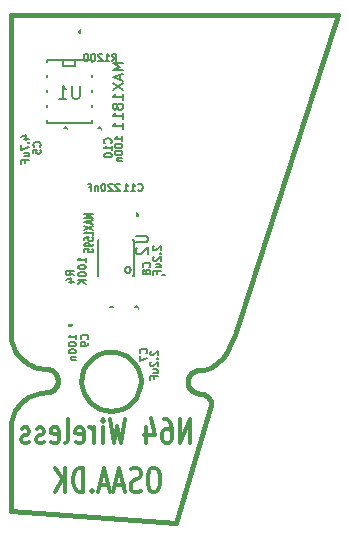
<source format=gbo>
G04 (created by PCBNEW-RS274X (2012-01-19 BZR 3256)-stable) date 21-08-2012 21:42:41*
G01*
G70*
G90*
%MOIN*%
G04 Gerber Fmt 3.4, Leading zero omitted, Abs format*
%FSLAX34Y34*%
G04 APERTURE LIST*
%ADD10C,0.006000*%
%ADD11C,0.015000*%
%ADD12C,0.012000*%
%ADD13C,0.005000*%
%ADD14R,0.065000X0.040000*%
%ADD15R,0.055000X0.075000*%
%ADD16R,0.075000X0.055000*%
%ADD17R,0.036000X0.070000*%
%ADD18R,0.080000X0.080000*%
%ADD19C,0.080000*%
G04 APERTURE END LIST*
G54D10*
G54D11*
X50413Y-33996D02*
X50610Y-33819D01*
X50256Y-34114D02*
X50413Y-33996D01*
X50197Y-34154D02*
X50256Y-34114D01*
X50098Y-34193D02*
X50197Y-34154D01*
X49980Y-34213D02*
X50098Y-34193D01*
X49843Y-34213D02*
X49980Y-34213D01*
X50768Y-33602D02*
X50610Y-33819D01*
X50906Y-33327D02*
X50768Y-33602D01*
X51024Y-33031D02*
X50906Y-33327D01*
X49843Y-34212D02*
X49809Y-34214D01*
X49775Y-34218D01*
X49742Y-34226D01*
X49709Y-34236D01*
X49677Y-34249D01*
X49647Y-34265D01*
X49618Y-34284D01*
X49590Y-34305D01*
X49565Y-34328D01*
X49542Y-34353D01*
X49521Y-34381D01*
X49502Y-34410D01*
X49486Y-34440D01*
X49473Y-34472D01*
X49463Y-34505D01*
X49455Y-34538D01*
X49451Y-34572D01*
X49449Y-34606D01*
X50237Y-35394D02*
X50235Y-35360D01*
X50231Y-35326D01*
X50223Y-35293D01*
X50213Y-35260D01*
X50200Y-35228D01*
X50184Y-35198D01*
X50165Y-35169D01*
X50144Y-35141D01*
X50121Y-35116D01*
X50096Y-35093D01*
X50068Y-35072D01*
X50040Y-35053D01*
X50009Y-35037D01*
X49977Y-35024D01*
X49944Y-35014D01*
X49911Y-35006D01*
X49877Y-35002D01*
X49843Y-35000D01*
X49449Y-34606D02*
X49451Y-34640D01*
X49455Y-34674D01*
X49463Y-34707D01*
X49473Y-34740D01*
X49486Y-34772D01*
X49502Y-34802D01*
X49521Y-34831D01*
X49542Y-34859D01*
X49565Y-34884D01*
X49590Y-34907D01*
X49618Y-34928D01*
X49647Y-34947D01*
X49677Y-34963D01*
X49709Y-34976D01*
X49742Y-34986D01*
X49775Y-34994D01*
X49809Y-34998D01*
X49843Y-35000D01*
X44724Y-34961D02*
X44622Y-34966D01*
X44519Y-34979D01*
X44419Y-35002D01*
X44321Y-35033D01*
X44225Y-35072D01*
X44134Y-35120D01*
X44047Y-35175D01*
X43965Y-35238D01*
X43889Y-35307D01*
X43820Y-35383D01*
X43757Y-35465D01*
X43702Y-35552D01*
X43654Y-35643D01*
X43615Y-35739D01*
X43584Y-35837D01*
X43561Y-35937D01*
X43548Y-36040D01*
X43543Y-36142D01*
X44724Y-34961D02*
X44758Y-34959D01*
X44792Y-34955D01*
X44825Y-34947D01*
X44858Y-34937D01*
X44890Y-34924D01*
X44921Y-34908D01*
X44949Y-34889D01*
X44977Y-34868D01*
X45002Y-34845D01*
X45025Y-34820D01*
X45046Y-34792D01*
X45065Y-34763D01*
X45081Y-34733D01*
X45094Y-34701D01*
X45104Y-34668D01*
X45112Y-34635D01*
X45116Y-34601D01*
X45118Y-34567D01*
X45118Y-34567D02*
X45116Y-34533D01*
X45112Y-34499D01*
X45104Y-34466D01*
X45094Y-34433D01*
X45081Y-34401D01*
X45065Y-34371D01*
X45046Y-34342D01*
X45025Y-34314D01*
X45002Y-34289D01*
X44977Y-34266D01*
X44949Y-34245D01*
X44921Y-34226D01*
X44890Y-34210D01*
X44858Y-34197D01*
X44825Y-34187D01*
X44792Y-34179D01*
X44758Y-34175D01*
X44724Y-34173D01*
X43543Y-32992D02*
X43548Y-33094D01*
X43561Y-33197D01*
X43584Y-33297D01*
X43615Y-33395D01*
X43654Y-33491D01*
X43702Y-33582D01*
X43757Y-33669D01*
X43820Y-33751D01*
X43889Y-33827D01*
X43965Y-33896D01*
X44047Y-33959D01*
X44134Y-34014D01*
X44225Y-34062D01*
X44321Y-34101D01*
X44419Y-34132D01*
X44519Y-34155D01*
X44622Y-34168D01*
X44724Y-34173D01*
G54D12*
X49531Y-36663D02*
X49531Y-35863D01*
X49188Y-36663D01*
X49188Y-35863D01*
X48645Y-35863D02*
X48759Y-35863D01*
X48816Y-35901D01*
X48845Y-35939D01*
X48902Y-36053D01*
X48931Y-36206D01*
X48931Y-36510D01*
X48902Y-36587D01*
X48874Y-36625D01*
X48816Y-36663D01*
X48702Y-36663D01*
X48645Y-36625D01*
X48616Y-36587D01*
X48588Y-36510D01*
X48588Y-36320D01*
X48616Y-36244D01*
X48645Y-36206D01*
X48702Y-36168D01*
X48816Y-36168D01*
X48874Y-36206D01*
X48902Y-36244D01*
X48931Y-36320D01*
X48074Y-36129D02*
X48074Y-36663D01*
X48217Y-35825D02*
X48360Y-36396D01*
X47988Y-36396D01*
X47360Y-35863D02*
X47217Y-36663D01*
X47103Y-36091D01*
X46989Y-36663D01*
X46846Y-35863D01*
X46617Y-36663D02*
X46617Y-36129D01*
X46617Y-35863D02*
X46646Y-35901D01*
X46617Y-35939D01*
X46589Y-35901D01*
X46617Y-35863D01*
X46617Y-35939D01*
X46331Y-36663D02*
X46331Y-36129D01*
X46331Y-36282D02*
X46303Y-36206D01*
X46274Y-36168D01*
X46217Y-36129D01*
X46160Y-36129D01*
X45732Y-36625D02*
X45789Y-36663D01*
X45903Y-36663D01*
X45960Y-36625D01*
X45989Y-36549D01*
X45989Y-36244D01*
X45960Y-36168D01*
X45903Y-36129D01*
X45789Y-36129D01*
X45732Y-36168D01*
X45703Y-36244D01*
X45703Y-36320D01*
X45989Y-36396D01*
X45360Y-36663D02*
X45418Y-36625D01*
X45446Y-36549D01*
X45446Y-35863D01*
X44904Y-36625D02*
X44961Y-36663D01*
X45075Y-36663D01*
X45132Y-36625D01*
X45161Y-36549D01*
X45161Y-36244D01*
X45132Y-36168D01*
X45075Y-36129D01*
X44961Y-36129D01*
X44904Y-36168D01*
X44875Y-36244D01*
X44875Y-36320D01*
X45161Y-36396D01*
X44647Y-36625D02*
X44590Y-36663D01*
X44475Y-36663D01*
X44418Y-36625D01*
X44390Y-36549D01*
X44390Y-36510D01*
X44418Y-36434D01*
X44475Y-36396D01*
X44561Y-36396D01*
X44618Y-36358D01*
X44647Y-36282D01*
X44647Y-36244D01*
X44618Y-36168D01*
X44561Y-36129D01*
X44475Y-36129D01*
X44418Y-36168D01*
X44161Y-36625D02*
X44104Y-36663D01*
X43989Y-36663D01*
X43932Y-36625D01*
X43904Y-36549D01*
X43904Y-36510D01*
X43932Y-36434D01*
X43989Y-36396D01*
X44075Y-36396D01*
X44132Y-36358D01*
X44161Y-36282D01*
X44161Y-36244D01*
X44132Y-36168D01*
X44075Y-36129D01*
X43989Y-36129D01*
X43932Y-36168D01*
X48372Y-37477D02*
X48258Y-37477D01*
X48200Y-37515D01*
X48143Y-37591D01*
X48115Y-37743D01*
X48115Y-38010D01*
X48143Y-38163D01*
X48200Y-38239D01*
X48258Y-38277D01*
X48372Y-38277D01*
X48429Y-38239D01*
X48486Y-38163D01*
X48515Y-38010D01*
X48515Y-37743D01*
X48486Y-37591D01*
X48429Y-37515D01*
X48372Y-37477D01*
X47886Y-38239D02*
X47800Y-38277D01*
X47657Y-38277D01*
X47600Y-38239D01*
X47571Y-38201D01*
X47543Y-38124D01*
X47543Y-38048D01*
X47571Y-37972D01*
X47600Y-37934D01*
X47657Y-37896D01*
X47771Y-37858D01*
X47829Y-37820D01*
X47857Y-37782D01*
X47886Y-37705D01*
X47886Y-37629D01*
X47857Y-37553D01*
X47829Y-37515D01*
X47771Y-37477D01*
X47629Y-37477D01*
X47543Y-37515D01*
X47315Y-38048D02*
X47029Y-38048D01*
X47372Y-38277D02*
X47172Y-37477D01*
X46972Y-38277D01*
X46801Y-38048D02*
X46515Y-38048D01*
X46858Y-38277D02*
X46658Y-37477D01*
X46458Y-38277D01*
X46258Y-38201D02*
X46230Y-38239D01*
X46258Y-38277D01*
X46287Y-38239D01*
X46258Y-38201D01*
X46258Y-38277D01*
X45972Y-38277D02*
X45972Y-37477D01*
X45829Y-37477D01*
X45744Y-37515D01*
X45686Y-37591D01*
X45658Y-37667D01*
X45629Y-37820D01*
X45629Y-37934D01*
X45658Y-38086D01*
X45686Y-38163D01*
X45744Y-38239D01*
X45829Y-38277D01*
X45972Y-38277D01*
X45372Y-38277D02*
X45372Y-37477D01*
X45029Y-38277D02*
X45286Y-37820D01*
X45029Y-37477D02*
X45372Y-37934D01*
G54D11*
X51024Y-33031D02*
X54449Y-22382D01*
X43543Y-32992D02*
X43543Y-22382D01*
X43543Y-22382D02*
X54449Y-22382D01*
X47878Y-34587D02*
X47859Y-34778D01*
X47803Y-34963D01*
X47712Y-35133D01*
X47591Y-35283D01*
X47442Y-35406D01*
X47272Y-35497D01*
X47088Y-35554D01*
X46896Y-35574D01*
X46705Y-35557D01*
X46520Y-35503D01*
X46350Y-35413D01*
X46199Y-35292D01*
X46075Y-35145D01*
X45982Y-34976D01*
X45924Y-34792D01*
X45903Y-34600D01*
X45919Y-34409D01*
X45972Y-34224D01*
X46060Y-34052D01*
X46180Y-33901D01*
X46327Y-33776D01*
X46495Y-33682D01*
X46678Y-33623D01*
X46870Y-33600D01*
X47061Y-33615D01*
X47247Y-33666D01*
X47419Y-33753D01*
X47571Y-33872D01*
X47697Y-34018D01*
X47792Y-34186D01*
X47853Y-34369D01*
X47877Y-34560D01*
X47878Y-34587D01*
X50236Y-35394D02*
X49055Y-39311D01*
X43543Y-38917D02*
X43543Y-36102D01*
X43543Y-38917D02*
X49055Y-39311D01*
G54D13*
X46194Y-23888D02*
X46244Y-23888D01*
X46244Y-23888D02*
X46244Y-25988D01*
X44744Y-25988D02*
X44744Y-23888D01*
X44744Y-23888D02*
X46194Y-23888D01*
X45294Y-23888D02*
X45294Y-24088D01*
X45294Y-24088D02*
X45694Y-24088D01*
X45694Y-24088D02*
X45694Y-23888D01*
X44744Y-25988D02*
X46244Y-25988D01*
X45935Y-22928D02*
X45934Y-22937D01*
X45931Y-22947D01*
X45926Y-22955D01*
X45920Y-22963D01*
X45912Y-22969D01*
X45904Y-22974D01*
X45895Y-22976D01*
X45885Y-22977D01*
X45876Y-22977D01*
X45867Y-22974D01*
X45858Y-22969D01*
X45851Y-22963D01*
X45844Y-22956D01*
X45840Y-22947D01*
X45837Y-22938D01*
X45836Y-22928D01*
X45836Y-22919D01*
X45839Y-22910D01*
X45843Y-22901D01*
X45850Y-22894D01*
X45857Y-22887D01*
X45865Y-22883D01*
X45875Y-22880D01*
X45884Y-22879D01*
X45893Y-22879D01*
X45903Y-22882D01*
X45911Y-22886D01*
X45919Y-22892D01*
X45925Y-22900D01*
X45930Y-22908D01*
X45933Y-22917D01*
X45934Y-22927D01*
X45935Y-22928D01*
X46335Y-22928D02*
X45935Y-22928D01*
X45935Y-22928D02*
X45935Y-23528D01*
X45935Y-23528D02*
X46335Y-23528D01*
X46735Y-23528D02*
X47135Y-23528D01*
X47135Y-23528D02*
X47135Y-22928D01*
X47135Y-22928D02*
X46735Y-22928D01*
X48697Y-31082D02*
X48696Y-31091D01*
X48693Y-31101D01*
X48688Y-31109D01*
X48682Y-31117D01*
X48674Y-31123D01*
X48666Y-31128D01*
X48657Y-31130D01*
X48647Y-31131D01*
X48638Y-31131D01*
X48629Y-31128D01*
X48620Y-31123D01*
X48613Y-31117D01*
X48606Y-31110D01*
X48602Y-31101D01*
X48599Y-31092D01*
X48598Y-31082D01*
X48598Y-31073D01*
X48601Y-31064D01*
X48605Y-31055D01*
X48612Y-31048D01*
X48619Y-31041D01*
X48627Y-31037D01*
X48637Y-31034D01*
X48646Y-31033D01*
X48655Y-31033D01*
X48665Y-31036D01*
X48673Y-31040D01*
X48681Y-31046D01*
X48687Y-31054D01*
X48692Y-31062D01*
X48695Y-31071D01*
X48696Y-31081D01*
X48697Y-31082D01*
X48647Y-31532D02*
X48647Y-31132D01*
X48647Y-31132D02*
X48047Y-31132D01*
X48047Y-31132D02*
X48047Y-31532D01*
X48047Y-31932D02*
X48047Y-32332D01*
X48047Y-32332D02*
X48647Y-32332D01*
X48647Y-32332D02*
X48647Y-31932D01*
X47791Y-32145D02*
X47790Y-32154D01*
X47787Y-32164D01*
X47782Y-32172D01*
X47776Y-32180D01*
X47768Y-32186D01*
X47760Y-32191D01*
X47751Y-32193D01*
X47741Y-32194D01*
X47732Y-32194D01*
X47723Y-32191D01*
X47714Y-32186D01*
X47707Y-32180D01*
X47700Y-32173D01*
X47696Y-32164D01*
X47693Y-32155D01*
X47692Y-32145D01*
X47692Y-32136D01*
X47695Y-32127D01*
X47699Y-32118D01*
X47706Y-32111D01*
X47713Y-32104D01*
X47721Y-32100D01*
X47731Y-32097D01*
X47740Y-32096D01*
X47749Y-32096D01*
X47759Y-32099D01*
X47767Y-32103D01*
X47775Y-32109D01*
X47781Y-32117D01*
X47786Y-32125D01*
X47789Y-32134D01*
X47790Y-32144D01*
X47791Y-32145D01*
X47741Y-32595D02*
X47741Y-32195D01*
X47741Y-32195D02*
X47141Y-32195D01*
X47141Y-32195D02*
X47141Y-32595D01*
X47141Y-32995D02*
X47141Y-33395D01*
X47141Y-33395D02*
X47741Y-33395D01*
X47741Y-33395D02*
X47741Y-32995D01*
X45411Y-26178D02*
X45410Y-26187D01*
X45407Y-26197D01*
X45402Y-26205D01*
X45396Y-26213D01*
X45388Y-26219D01*
X45380Y-26224D01*
X45371Y-26226D01*
X45361Y-26227D01*
X45352Y-26227D01*
X45343Y-26224D01*
X45334Y-26219D01*
X45327Y-26213D01*
X45320Y-26206D01*
X45316Y-26197D01*
X45313Y-26188D01*
X45312Y-26178D01*
X45312Y-26169D01*
X45315Y-26160D01*
X45319Y-26151D01*
X45326Y-26144D01*
X45333Y-26137D01*
X45341Y-26133D01*
X45351Y-26130D01*
X45360Y-26129D01*
X45369Y-26129D01*
X45379Y-26132D01*
X45387Y-26136D01*
X45395Y-26142D01*
X45401Y-26150D01*
X45406Y-26158D01*
X45409Y-26167D01*
X45410Y-26177D01*
X45411Y-26178D01*
X45361Y-26628D02*
X45361Y-26228D01*
X45361Y-26228D02*
X44761Y-26228D01*
X44761Y-26228D02*
X44761Y-26628D01*
X44761Y-27028D02*
X44761Y-27428D01*
X44761Y-27428D02*
X45361Y-27428D01*
X45361Y-27428D02*
X45361Y-27028D01*
X46964Y-32145D02*
X46963Y-32154D01*
X46960Y-32164D01*
X46955Y-32172D01*
X46949Y-32180D01*
X46941Y-32186D01*
X46933Y-32191D01*
X46924Y-32193D01*
X46914Y-32194D01*
X46905Y-32194D01*
X46896Y-32191D01*
X46887Y-32186D01*
X46880Y-32180D01*
X46873Y-32173D01*
X46869Y-32164D01*
X46866Y-32155D01*
X46865Y-32145D01*
X46865Y-32136D01*
X46868Y-32127D01*
X46872Y-32118D01*
X46879Y-32111D01*
X46886Y-32104D01*
X46894Y-32100D01*
X46904Y-32097D01*
X46913Y-32096D01*
X46922Y-32096D01*
X46932Y-32099D01*
X46940Y-32103D01*
X46948Y-32109D01*
X46954Y-32117D01*
X46959Y-32125D01*
X46962Y-32134D01*
X46963Y-32144D01*
X46964Y-32145D01*
X46914Y-32595D02*
X46914Y-32195D01*
X46914Y-32195D02*
X46314Y-32195D01*
X46314Y-32195D02*
X46314Y-32595D01*
X46314Y-32995D02*
X46314Y-33395D01*
X46314Y-33395D02*
X46914Y-33395D01*
X46914Y-33395D02*
X46914Y-32995D01*
X46552Y-26178D02*
X46551Y-26187D01*
X46548Y-26197D01*
X46543Y-26205D01*
X46537Y-26213D01*
X46529Y-26219D01*
X46521Y-26224D01*
X46512Y-26226D01*
X46502Y-26227D01*
X46493Y-26227D01*
X46484Y-26224D01*
X46475Y-26219D01*
X46468Y-26213D01*
X46461Y-26206D01*
X46457Y-26197D01*
X46454Y-26188D01*
X46453Y-26178D01*
X46453Y-26169D01*
X46456Y-26160D01*
X46460Y-26151D01*
X46467Y-26144D01*
X46474Y-26137D01*
X46482Y-26133D01*
X46492Y-26130D01*
X46501Y-26129D01*
X46510Y-26129D01*
X46520Y-26132D01*
X46528Y-26136D01*
X46536Y-26142D01*
X46542Y-26150D01*
X46547Y-26158D01*
X46550Y-26167D01*
X46551Y-26177D01*
X46552Y-26178D01*
X46502Y-26628D02*
X46502Y-26228D01*
X46502Y-26228D02*
X45902Y-26228D01*
X45902Y-26228D02*
X45902Y-26628D01*
X45902Y-27028D02*
X45902Y-27428D01*
X45902Y-27428D02*
X46502Y-27428D01*
X46502Y-27428D02*
X46502Y-27028D01*
X47787Y-29040D02*
X47786Y-29049D01*
X47783Y-29059D01*
X47778Y-29067D01*
X47772Y-29075D01*
X47764Y-29081D01*
X47756Y-29086D01*
X47747Y-29088D01*
X47737Y-29089D01*
X47728Y-29089D01*
X47719Y-29086D01*
X47710Y-29081D01*
X47703Y-29075D01*
X47696Y-29068D01*
X47692Y-29059D01*
X47689Y-29050D01*
X47688Y-29040D01*
X47688Y-29031D01*
X47691Y-29022D01*
X47695Y-29013D01*
X47702Y-29006D01*
X47709Y-28999D01*
X47717Y-28995D01*
X47727Y-28992D01*
X47736Y-28991D01*
X47745Y-28991D01*
X47755Y-28994D01*
X47763Y-28998D01*
X47771Y-29004D01*
X47777Y-29012D01*
X47782Y-29020D01*
X47785Y-29029D01*
X47786Y-29039D01*
X47787Y-29040D01*
X47287Y-29040D02*
X47687Y-29040D01*
X47687Y-29040D02*
X47687Y-28440D01*
X47687Y-28440D02*
X47287Y-28440D01*
X46887Y-28440D02*
X46487Y-28440D01*
X46487Y-28440D02*
X46487Y-29040D01*
X46487Y-29040D02*
X46887Y-29040D01*
X45577Y-32697D02*
X45576Y-32706D01*
X45573Y-32716D01*
X45568Y-32724D01*
X45562Y-32732D01*
X45554Y-32738D01*
X45546Y-32743D01*
X45537Y-32745D01*
X45527Y-32746D01*
X45518Y-32746D01*
X45509Y-32743D01*
X45500Y-32738D01*
X45493Y-32732D01*
X45486Y-32725D01*
X45482Y-32716D01*
X45479Y-32707D01*
X45478Y-32697D01*
X45478Y-32688D01*
X45481Y-32679D01*
X45485Y-32670D01*
X45492Y-32663D01*
X45499Y-32656D01*
X45507Y-32652D01*
X45517Y-32649D01*
X45526Y-32648D01*
X45535Y-32648D01*
X45545Y-32651D01*
X45553Y-32655D01*
X45561Y-32661D01*
X45567Y-32669D01*
X45572Y-32677D01*
X45575Y-32686D01*
X45576Y-32696D01*
X45577Y-32697D01*
X45527Y-32247D02*
X45527Y-32647D01*
X45527Y-32647D02*
X46127Y-32647D01*
X46127Y-32647D02*
X46127Y-32247D01*
X46127Y-31847D02*
X46127Y-31447D01*
X46127Y-31447D02*
X45527Y-31447D01*
X45527Y-31447D02*
X45527Y-31847D01*
G54D10*
X47548Y-30872D02*
X47546Y-30891D01*
X47540Y-30910D01*
X47531Y-30927D01*
X47518Y-30942D01*
X47503Y-30954D01*
X47486Y-30964D01*
X47468Y-30969D01*
X47448Y-30971D01*
X47430Y-30970D01*
X47411Y-30964D01*
X47394Y-30955D01*
X47379Y-30943D01*
X47366Y-30928D01*
X47357Y-30911D01*
X47351Y-30892D01*
X47349Y-30873D01*
X47350Y-30854D01*
X47356Y-30836D01*
X47364Y-30818D01*
X47377Y-30803D01*
X47391Y-30790D01*
X47408Y-30781D01*
X47427Y-30775D01*
X47446Y-30773D01*
X47465Y-30774D01*
X47484Y-30779D01*
X47501Y-30788D01*
X47516Y-30800D01*
X47529Y-30815D01*
X47539Y-30832D01*
X47545Y-30850D01*
X47547Y-30870D01*
X47548Y-30872D01*
X46448Y-31072D02*
X47648Y-31072D01*
X47648Y-31072D02*
X47648Y-29872D01*
X47648Y-29872D02*
X46448Y-29872D01*
X46448Y-29872D02*
X46448Y-31072D01*
X45855Y-24732D02*
X45855Y-25096D01*
X45833Y-25139D01*
X45812Y-25161D01*
X45769Y-25182D01*
X45683Y-25182D01*
X45641Y-25161D01*
X45619Y-25139D01*
X45598Y-25096D01*
X45598Y-24732D01*
X45148Y-25182D02*
X45405Y-25182D01*
X45277Y-25182D02*
X45277Y-24732D01*
X45320Y-24796D01*
X45362Y-24839D01*
X45405Y-24861D01*
X47307Y-23980D02*
X46957Y-23980D01*
X47207Y-24097D01*
X46957Y-24214D01*
X47307Y-24214D01*
X47207Y-24364D02*
X47207Y-24530D01*
X47307Y-24330D02*
X46957Y-24447D01*
X47307Y-24564D01*
X46957Y-24647D02*
X47307Y-24880D01*
X46957Y-24880D02*
X47307Y-24647D01*
X47307Y-25197D02*
X47307Y-24997D01*
X47307Y-25097D02*
X46957Y-25097D01*
X47007Y-25063D01*
X47040Y-25030D01*
X47057Y-24997D01*
X47107Y-25396D02*
X47090Y-25363D01*
X47073Y-25346D01*
X47040Y-25330D01*
X47023Y-25330D01*
X46990Y-25346D01*
X46973Y-25363D01*
X46957Y-25396D01*
X46957Y-25463D01*
X46973Y-25496D01*
X46990Y-25513D01*
X47023Y-25530D01*
X47040Y-25530D01*
X47073Y-25513D01*
X47090Y-25496D01*
X47107Y-25463D01*
X47107Y-25396D01*
X47123Y-25363D01*
X47140Y-25346D01*
X47173Y-25330D01*
X47240Y-25330D01*
X47273Y-25346D01*
X47290Y-25363D01*
X47307Y-25396D01*
X47307Y-25463D01*
X47290Y-25496D01*
X47273Y-25513D01*
X47240Y-25530D01*
X47173Y-25530D01*
X47140Y-25513D01*
X47123Y-25496D01*
X47107Y-25463D01*
X47307Y-25863D02*
X47307Y-25663D01*
X47307Y-25763D02*
X46957Y-25763D01*
X47007Y-25729D01*
X47040Y-25696D01*
X47057Y-25663D01*
X47307Y-26196D02*
X47307Y-25996D01*
X47307Y-26096D02*
X46957Y-26096D01*
X47007Y-26062D01*
X47040Y-26029D01*
X47057Y-25996D01*
G54D13*
X46932Y-23920D02*
X47015Y-23801D01*
X47074Y-23920D02*
X47074Y-23670D01*
X46979Y-23670D01*
X46955Y-23682D01*
X46944Y-23694D01*
X46932Y-23718D01*
X46932Y-23754D01*
X46944Y-23777D01*
X46955Y-23789D01*
X46979Y-23801D01*
X47074Y-23801D01*
X46694Y-23920D02*
X46836Y-23920D01*
X46765Y-23920D02*
X46765Y-23670D01*
X46789Y-23706D01*
X46813Y-23730D01*
X46836Y-23742D01*
X46608Y-23694D02*
X46596Y-23682D01*
X46573Y-23670D01*
X46513Y-23670D01*
X46489Y-23682D01*
X46477Y-23694D01*
X46466Y-23718D01*
X46466Y-23742D01*
X46477Y-23777D01*
X46620Y-23920D01*
X46466Y-23920D01*
X46311Y-23670D02*
X46287Y-23670D01*
X46263Y-23682D01*
X46251Y-23694D01*
X46239Y-23718D01*
X46228Y-23765D01*
X46228Y-23825D01*
X46239Y-23873D01*
X46251Y-23896D01*
X46263Y-23908D01*
X46287Y-23920D01*
X46311Y-23920D01*
X46335Y-23908D01*
X46347Y-23896D01*
X46358Y-23873D01*
X46370Y-23825D01*
X46370Y-23765D01*
X46358Y-23718D01*
X46347Y-23694D01*
X46335Y-23682D01*
X46311Y-23670D01*
X46073Y-23670D02*
X46049Y-23670D01*
X46025Y-23682D01*
X46013Y-23694D01*
X46001Y-23718D01*
X45990Y-23765D01*
X45990Y-23825D01*
X46001Y-23873D01*
X46013Y-23896D01*
X46025Y-23908D01*
X46049Y-23920D01*
X46073Y-23920D01*
X46097Y-23908D01*
X46109Y-23896D01*
X46120Y-23873D01*
X46132Y-23825D01*
X46132Y-23765D01*
X46120Y-23718D01*
X46109Y-23694D01*
X46097Y-23682D01*
X46073Y-23670D01*
X48168Y-30785D02*
X48180Y-30773D01*
X48192Y-30738D01*
X48192Y-30714D01*
X48180Y-30678D01*
X48156Y-30654D01*
X48133Y-30643D01*
X48085Y-30631D01*
X48049Y-30631D01*
X48002Y-30643D01*
X47978Y-30654D01*
X47954Y-30678D01*
X47942Y-30714D01*
X47942Y-30738D01*
X47954Y-30773D01*
X47966Y-30785D01*
X48049Y-30928D02*
X48037Y-30904D01*
X48026Y-30893D01*
X48002Y-30881D01*
X47990Y-30881D01*
X47966Y-30893D01*
X47954Y-30904D01*
X47942Y-30928D01*
X47942Y-30976D01*
X47954Y-31000D01*
X47966Y-31012D01*
X47990Y-31023D01*
X48002Y-31023D01*
X48026Y-31012D01*
X48037Y-31000D01*
X48049Y-30976D01*
X48049Y-30928D01*
X48061Y-30904D01*
X48073Y-30893D01*
X48097Y-30881D01*
X48145Y-30881D01*
X48168Y-30893D01*
X48180Y-30904D01*
X48192Y-30928D01*
X48192Y-30976D01*
X48180Y-31000D01*
X48168Y-31012D01*
X48145Y-31023D01*
X48097Y-31023D01*
X48073Y-31012D01*
X48061Y-31000D01*
X48049Y-30976D01*
X48320Y-30082D02*
X48308Y-30094D01*
X48296Y-30117D01*
X48296Y-30177D01*
X48308Y-30201D01*
X48320Y-30213D01*
X48344Y-30224D01*
X48368Y-30224D01*
X48403Y-30213D01*
X48546Y-30070D01*
X48546Y-30224D01*
X48522Y-30332D02*
X48534Y-30343D01*
X48546Y-30332D01*
X48534Y-30320D01*
X48522Y-30332D01*
X48546Y-30332D01*
X48320Y-30439D02*
X48308Y-30451D01*
X48296Y-30474D01*
X48296Y-30534D01*
X48308Y-30558D01*
X48320Y-30570D01*
X48344Y-30581D01*
X48368Y-30581D01*
X48403Y-30570D01*
X48546Y-30427D01*
X48546Y-30581D01*
X48380Y-30796D02*
X48546Y-30796D01*
X48380Y-30689D02*
X48510Y-30689D01*
X48534Y-30700D01*
X48546Y-30724D01*
X48546Y-30760D01*
X48534Y-30784D01*
X48522Y-30796D01*
X48415Y-30998D02*
X48415Y-30915D01*
X48546Y-30915D02*
X48296Y-30915D01*
X48296Y-31034D01*
X48069Y-33659D02*
X48081Y-33647D01*
X48093Y-33612D01*
X48093Y-33588D01*
X48081Y-33552D01*
X48057Y-33528D01*
X48034Y-33517D01*
X47986Y-33505D01*
X47950Y-33505D01*
X47903Y-33517D01*
X47879Y-33528D01*
X47855Y-33552D01*
X47843Y-33588D01*
X47843Y-33612D01*
X47855Y-33647D01*
X47867Y-33659D01*
X47843Y-33743D02*
X47843Y-33909D01*
X48093Y-33802D01*
X48221Y-33586D02*
X48209Y-33598D01*
X48197Y-33621D01*
X48197Y-33681D01*
X48209Y-33705D01*
X48221Y-33717D01*
X48245Y-33728D01*
X48269Y-33728D01*
X48304Y-33717D01*
X48447Y-33574D01*
X48447Y-33728D01*
X48423Y-33836D02*
X48435Y-33847D01*
X48447Y-33836D01*
X48435Y-33824D01*
X48423Y-33836D01*
X48447Y-33836D01*
X48221Y-33943D02*
X48209Y-33955D01*
X48197Y-33978D01*
X48197Y-34038D01*
X48209Y-34062D01*
X48221Y-34074D01*
X48245Y-34085D01*
X48269Y-34085D01*
X48304Y-34074D01*
X48447Y-33931D01*
X48447Y-34085D01*
X48281Y-34300D02*
X48447Y-34300D01*
X48281Y-34193D02*
X48411Y-34193D01*
X48435Y-34204D01*
X48447Y-34228D01*
X48447Y-34264D01*
X48435Y-34288D01*
X48423Y-34300D01*
X48316Y-34502D02*
X48316Y-34419D01*
X48447Y-34419D02*
X48197Y-34419D01*
X48197Y-34538D01*
X44526Y-26769D02*
X44538Y-26757D01*
X44550Y-26722D01*
X44550Y-26698D01*
X44538Y-26662D01*
X44514Y-26638D01*
X44491Y-26627D01*
X44443Y-26615D01*
X44407Y-26615D01*
X44360Y-26627D01*
X44336Y-26638D01*
X44312Y-26662D01*
X44300Y-26698D01*
X44300Y-26722D01*
X44312Y-26757D01*
X44324Y-26769D01*
X44300Y-26996D02*
X44300Y-26877D01*
X44419Y-26865D01*
X44407Y-26877D01*
X44395Y-26900D01*
X44395Y-26960D01*
X44407Y-26984D01*
X44419Y-26996D01*
X44443Y-27007D01*
X44503Y-27007D01*
X44526Y-26996D01*
X44538Y-26984D01*
X44550Y-26960D01*
X44550Y-26900D01*
X44538Y-26877D01*
X44526Y-26865D01*
X43990Y-26500D02*
X44156Y-26500D01*
X43894Y-26440D02*
X44073Y-26381D01*
X44073Y-26535D01*
X44132Y-26631D02*
X44144Y-26642D01*
X44156Y-26631D01*
X44144Y-26619D01*
X44132Y-26631D01*
X44156Y-26631D01*
X43906Y-26726D02*
X43906Y-26892D01*
X44156Y-26785D01*
X43990Y-27095D02*
X44156Y-27095D01*
X43990Y-26988D02*
X44120Y-26988D01*
X44144Y-26999D01*
X44156Y-27023D01*
X44156Y-27059D01*
X44144Y-27083D01*
X44132Y-27095D01*
X44025Y-27297D02*
X44025Y-27214D01*
X44156Y-27214D02*
X43906Y-27214D01*
X43906Y-27333D01*
X46101Y-33186D02*
X46113Y-33174D01*
X46125Y-33139D01*
X46125Y-33115D01*
X46113Y-33079D01*
X46089Y-33055D01*
X46066Y-33044D01*
X46018Y-33032D01*
X45982Y-33032D01*
X45935Y-33044D01*
X45911Y-33055D01*
X45887Y-33079D01*
X45875Y-33115D01*
X45875Y-33139D01*
X45887Y-33174D01*
X45899Y-33186D01*
X46125Y-33305D02*
X46125Y-33353D01*
X46113Y-33377D01*
X46101Y-33389D01*
X46066Y-33413D01*
X46018Y-33424D01*
X45923Y-33424D01*
X45899Y-33413D01*
X45887Y-33401D01*
X45875Y-33377D01*
X45875Y-33329D01*
X45887Y-33305D01*
X45899Y-33294D01*
X45923Y-33282D01*
X45982Y-33282D01*
X46006Y-33294D01*
X46018Y-33305D01*
X46030Y-33329D01*
X46030Y-33377D01*
X46018Y-33401D01*
X46006Y-33413D01*
X45982Y-33424D01*
X45731Y-33185D02*
X45731Y-33043D01*
X45731Y-33114D02*
X45481Y-33114D01*
X45517Y-33090D01*
X45541Y-33066D01*
X45553Y-33043D01*
X45481Y-33340D02*
X45481Y-33364D01*
X45493Y-33388D01*
X45505Y-33400D01*
X45529Y-33412D01*
X45576Y-33423D01*
X45636Y-33423D01*
X45684Y-33412D01*
X45707Y-33400D01*
X45719Y-33388D01*
X45731Y-33364D01*
X45731Y-33340D01*
X45719Y-33316D01*
X45707Y-33304D01*
X45684Y-33293D01*
X45636Y-33281D01*
X45576Y-33281D01*
X45529Y-33293D01*
X45505Y-33304D01*
X45493Y-33316D01*
X45481Y-33340D01*
X45481Y-33578D02*
X45481Y-33602D01*
X45493Y-33626D01*
X45505Y-33638D01*
X45529Y-33650D01*
X45576Y-33661D01*
X45636Y-33661D01*
X45684Y-33650D01*
X45707Y-33638D01*
X45719Y-33626D01*
X45731Y-33602D01*
X45731Y-33578D01*
X45719Y-33554D01*
X45707Y-33542D01*
X45684Y-33531D01*
X45636Y-33519D01*
X45576Y-33519D01*
X45529Y-33531D01*
X45505Y-33542D01*
X45493Y-33554D01*
X45481Y-33578D01*
X45565Y-33769D02*
X45731Y-33769D01*
X45588Y-33769D02*
X45576Y-33780D01*
X45565Y-33804D01*
X45565Y-33840D01*
X45576Y-33864D01*
X45600Y-33876D01*
X45731Y-33876D01*
X46888Y-26650D02*
X46900Y-26638D01*
X46912Y-26603D01*
X46912Y-26579D01*
X46900Y-26543D01*
X46876Y-26519D01*
X46853Y-26508D01*
X46805Y-26496D01*
X46769Y-26496D01*
X46722Y-26508D01*
X46698Y-26519D01*
X46674Y-26543D01*
X46662Y-26579D01*
X46662Y-26603D01*
X46674Y-26638D01*
X46686Y-26650D01*
X46912Y-26888D02*
X46912Y-26746D01*
X46912Y-26817D02*
X46662Y-26817D01*
X46698Y-26793D01*
X46722Y-26769D01*
X46734Y-26746D01*
X46662Y-27043D02*
X46662Y-27067D01*
X46674Y-27091D01*
X46686Y-27103D01*
X46710Y-27115D01*
X46757Y-27126D01*
X46817Y-27126D01*
X46865Y-27115D01*
X46888Y-27103D01*
X46900Y-27091D01*
X46912Y-27067D01*
X46912Y-27043D01*
X46900Y-27019D01*
X46888Y-27007D01*
X46865Y-26996D01*
X46817Y-26984D01*
X46757Y-26984D01*
X46710Y-26996D01*
X46686Y-27007D01*
X46674Y-27019D01*
X46662Y-27043D01*
X47266Y-26570D02*
X47266Y-26428D01*
X47266Y-26499D02*
X47016Y-26499D01*
X47052Y-26475D01*
X47076Y-26451D01*
X47088Y-26428D01*
X47016Y-26725D02*
X47016Y-26749D01*
X47028Y-26773D01*
X47040Y-26785D01*
X47064Y-26797D01*
X47111Y-26808D01*
X47171Y-26808D01*
X47219Y-26797D01*
X47242Y-26785D01*
X47254Y-26773D01*
X47266Y-26749D01*
X47266Y-26725D01*
X47254Y-26701D01*
X47242Y-26689D01*
X47219Y-26678D01*
X47171Y-26666D01*
X47111Y-26666D01*
X47064Y-26678D01*
X47040Y-26689D01*
X47028Y-26701D01*
X47016Y-26725D01*
X47016Y-26963D02*
X47016Y-26987D01*
X47028Y-27011D01*
X47040Y-27023D01*
X47064Y-27035D01*
X47111Y-27046D01*
X47171Y-27046D01*
X47219Y-27035D01*
X47242Y-27023D01*
X47254Y-27011D01*
X47266Y-26987D01*
X47266Y-26963D01*
X47254Y-26939D01*
X47242Y-26927D01*
X47219Y-26916D01*
X47171Y-26904D01*
X47111Y-26904D01*
X47064Y-26916D01*
X47040Y-26927D01*
X47028Y-26939D01*
X47016Y-26963D01*
X47100Y-27154D02*
X47266Y-27154D01*
X47123Y-27154D02*
X47111Y-27165D01*
X47100Y-27189D01*
X47100Y-27225D01*
X47111Y-27249D01*
X47135Y-27261D01*
X47266Y-27261D01*
X47799Y-28227D02*
X47811Y-28239D01*
X47846Y-28251D01*
X47870Y-28251D01*
X47906Y-28239D01*
X47930Y-28215D01*
X47941Y-28192D01*
X47953Y-28144D01*
X47953Y-28108D01*
X47941Y-28061D01*
X47930Y-28037D01*
X47906Y-28013D01*
X47870Y-28001D01*
X47846Y-28001D01*
X47811Y-28013D01*
X47799Y-28025D01*
X47561Y-28251D02*
X47703Y-28251D01*
X47632Y-28251D02*
X47632Y-28001D01*
X47656Y-28037D01*
X47680Y-28061D01*
X47703Y-28073D01*
X47323Y-28251D02*
X47465Y-28251D01*
X47394Y-28251D02*
X47394Y-28001D01*
X47418Y-28037D01*
X47442Y-28061D01*
X47465Y-28073D01*
X47183Y-28025D02*
X47171Y-28013D01*
X47148Y-28001D01*
X47088Y-28001D01*
X47064Y-28013D01*
X47052Y-28025D01*
X47041Y-28049D01*
X47041Y-28073D01*
X47052Y-28108D01*
X47195Y-28251D01*
X47041Y-28251D01*
X46945Y-28025D02*
X46933Y-28013D01*
X46910Y-28001D01*
X46850Y-28001D01*
X46826Y-28013D01*
X46814Y-28025D01*
X46803Y-28049D01*
X46803Y-28073D01*
X46814Y-28108D01*
X46957Y-28251D01*
X46803Y-28251D01*
X46648Y-28001D02*
X46624Y-28001D01*
X46600Y-28013D01*
X46588Y-28025D01*
X46576Y-28049D01*
X46565Y-28096D01*
X46565Y-28156D01*
X46576Y-28204D01*
X46588Y-28227D01*
X46600Y-28239D01*
X46624Y-28251D01*
X46648Y-28251D01*
X46672Y-28239D01*
X46684Y-28227D01*
X46695Y-28204D01*
X46707Y-28156D01*
X46707Y-28096D01*
X46695Y-28049D01*
X46684Y-28025D01*
X46672Y-28013D01*
X46648Y-28001D01*
X46457Y-28085D02*
X46457Y-28251D01*
X46457Y-28108D02*
X46446Y-28096D01*
X46422Y-28085D01*
X46386Y-28085D01*
X46362Y-28096D01*
X46350Y-28120D01*
X46350Y-28251D01*
X46148Y-28120D02*
X46231Y-28120D01*
X46231Y-28251D02*
X46231Y-28001D01*
X46112Y-28001D01*
X45652Y-31060D02*
X45533Y-30977D01*
X45652Y-30918D02*
X45402Y-30918D01*
X45402Y-31013D01*
X45414Y-31037D01*
X45426Y-31048D01*
X45450Y-31060D01*
X45486Y-31060D01*
X45509Y-31048D01*
X45521Y-31037D01*
X45533Y-31013D01*
X45533Y-30918D01*
X45486Y-31275D02*
X45652Y-31275D01*
X45390Y-31215D02*
X45569Y-31156D01*
X45569Y-31310D01*
X46046Y-30614D02*
X46046Y-30472D01*
X46046Y-30543D02*
X45796Y-30543D01*
X45832Y-30519D01*
X45856Y-30495D01*
X45868Y-30472D01*
X45796Y-30769D02*
X45796Y-30793D01*
X45808Y-30817D01*
X45820Y-30829D01*
X45844Y-30841D01*
X45891Y-30852D01*
X45951Y-30852D01*
X45999Y-30841D01*
X46022Y-30829D01*
X46034Y-30817D01*
X46046Y-30793D01*
X46046Y-30769D01*
X46034Y-30745D01*
X46022Y-30733D01*
X45999Y-30722D01*
X45951Y-30710D01*
X45891Y-30710D01*
X45844Y-30722D01*
X45820Y-30733D01*
X45808Y-30745D01*
X45796Y-30769D01*
X45796Y-31007D02*
X45796Y-31031D01*
X45808Y-31055D01*
X45820Y-31067D01*
X45844Y-31079D01*
X45891Y-31090D01*
X45951Y-31090D01*
X45999Y-31079D01*
X46022Y-31067D01*
X46034Y-31055D01*
X46046Y-31031D01*
X46046Y-31007D01*
X46034Y-30983D01*
X46022Y-30971D01*
X45999Y-30960D01*
X45951Y-30948D01*
X45891Y-30948D01*
X45844Y-30960D01*
X45820Y-30971D01*
X45808Y-30983D01*
X45796Y-31007D01*
X46046Y-31198D02*
X45796Y-31198D01*
X46046Y-31340D02*
X45903Y-31233D01*
X45796Y-31340D02*
X45939Y-31198D01*
G54D10*
X47715Y-29734D02*
X48039Y-29734D01*
X48077Y-29753D01*
X48096Y-29772D01*
X48115Y-29810D01*
X48115Y-29887D01*
X48096Y-29925D01*
X48077Y-29944D01*
X48039Y-29963D01*
X47715Y-29963D01*
X47753Y-30134D02*
X47734Y-30153D01*
X47715Y-30191D01*
X47715Y-30287D01*
X47734Y-30325D01*
X47753Y-30344D01*
X47791Y-30363D01*
X47829Y-30363D01*
X47886Y-30344D01*
X48115Y-30115D01*
X48115Y-30363D01*
G54D13*
X46302Y-29019D02*
X46002Y-29019D01*
X46217Y-29085D01*
X46002Y-29152D01*
X46302Y-29152D01*
X46217Y-29238D02*
X46217Y-29333D01*
X46302Y-29219D02*
X46002Y-29286D01*
X46302Y-29352D01*
X46002Y-29400D02*
X46302Y-29533D01*
X46002Y-29533D02*
X46302Y-29400D01*
X46302Y-29713D02*
X46302Y-29599D01*
X46302Y-29656D02*
X46002Y-29656D01*
X46045Y-29637D01*
X46074Y-29618D01*
X46088Y-29599D01*
X46002Y-29894D02*
X46002Y-29799D01*
X46145Y-29789D01*
X46131Y-29799D01*
X46117Y-29818D01*
X46117Y-29865D01*
X46131Y-29884D01*
X46145Y-29894D01*
X46174Y-29903D01*
X46245Y-29903D01*
X46274Y-29894D01*
X46288Y-29884D01*
X46302Y-29865D01*
X46302Y-29818D01*
X46288Y-29799D01*
X46274Y-29789D01*
X46302Y-29998D02*
X46302Y-30036D01*
X46288Y-30055D01*
X46274Y-30065D01*
X46231Y-30084D01*
X46174Y-30093D01*
X46060Y-30093D01*
X46031Y-30084D01*
X46017Y-30074D01*
X46002Y-30055D01*
X46002Y-30017D01*
X46017Y-29998D01*
X46031Y-29989D01*
X46060Y-29979D01*
X46131Y-29979D01*
X46160Y-29989D01*
X46174Y-29998D01*
X46188Y-30017D01*
X46188Y-30055D01*
X46174Y-30074D01*
X46160Y-30084D01*
X46131Y-30093D01*
X46002Y-30274D02*
X46002Y-30179D01*
X46145Y-30169D01*
X46131Y-30179D01*
X46117Y-30198D01*
X46117Y-30245D01*
X46131Y-30264D01*
X46145Y-30274D01*
X46174Y-30283D01*
X46245Y-30283D01*
X46274Y-30274D01*
X46288Y-30264D01*
X46302Y-30245D01*
X46302Y-30198D01*
X46288Y-30179D01*
X46274Y-30169D01*
%LPC*%
G54D14*
X44444Y-24188D03*
X46544Y-24188D03*
X44444Y-24688D03*
X44444Y-25188D03*
X44444Y-25688D03*
X46544Y-24688D03*
X46544Y-25188D03*
X46544Y-25688D03*
G54D15*
X46160Y-23228D03*
X46910Y-23228D03*
G54D16*
X48347Y-31357D03*
X48347Y-32107D03*
X47441Y-32420D03*
X47441Y-33170D03*
X45061Y-26453D03*
X45061Y-27203D03*
X46614Y-32420D03*
X46614Y-33170D03*
X46202Y-26453D03*
X46202Y-27203D03*
G54D15*
X47462Y-28740D03*
X46712Y-28740D03*
G54D16*
X45827Y-32422D03*
X45827Y-31672D03*
G54D17*
X47433Y-31347D03*
X47178Y-31347D03*
X46918Y-31347D03*
X46663Y-31347D03*
X46663Y-29597D03*
X46918Y-29597D03*
X47178Y-29597D03*
X47433Y-29597D03*
G54D18*
X44303Y-23189D03*
G54D19*
X45303Y-23189D03*
G54D18*
X51339Y-26520D03*
G54D19*
X51339Y-27520D03*
X51339Y-28520D03*
G54D18*
X49961Y-28520D03*
G54D19*
X49961Y-27520D03*
X49961Y-26520D03*
G54D18*
X47795Y-24201D03*
G54D19*
X47795Y-23201D03*
G54D18*
X48945Y-24201D03*
G54D19*
X48945Y-23201D03*
X49945Y-24201D03*
X49945Y-23201D03*
X50945Y-24201D03*
X50945Y-23201D03*
X51945Y-24201D03*
X51945Y-23201D03*
X52945Y-24201D03*
X52945Y-23201D03*
M02*

</source>
